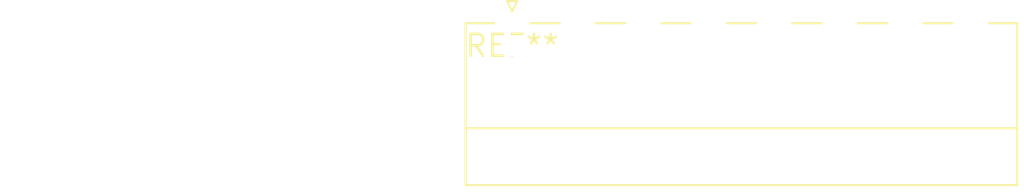
<source format=kicad_pcb>
(kicad_pcb (version 20240108) (generator pcbnew)
  (layers (0 "F.Cu" signal) (31 "B.Cu" signal) (34 "B.Paste" user) (35 "F.Paste" user) (36 "B.SilkS" user "B.Silkscreen") (37 "F.SilkS" user "F.Silkscreen") (38 "B.Mask" user) (39 "F.Mask" user) (44 "Edge.Cuts" user))
  (net 0 "")
  (footprint "PhoenixContact_MC_1,5_8-G-3.81_1x08_P3.81mm_Horizontal" (layer "F.Cu") (at 0 0)
    (property "Reference" "REF**")
    (property "Value" "PhoenixContact_MC_1,5_8-G-3.81_1x08_P3.81mm_Horizontal")
    (fp_line (start -2.71 -1.31) (end -2.71 8.11) (layer "F.SilkS") (stroke (width 0.12)))
    (fp_line (start -2.71 -1.31) (end -1.05 -1.31) (layer "F.SilkS") (stroke (width 0.12)))
    (fp_line (start -2.71 4.8) (end 29.38 4.8) (layer "F.SilkS") (stroke (width 0.12)))
    (fp_line (start -2.71 8.11) (end 29.38 8.11) (layer "F.SilkS") (stroke (width 0.12)))
    (fp_line (start -0.3 -2.6) (end 0.3 -2.6) (layer "F.SilkS") (stroke (width 0.12)))
    (fp_line (start 0 -2) (end -0.3 -2.6) (layer "F.SilkS") (stroke (width 0.12)))
    (fp_line (start 0.3 -2.6) (end 0 -2) (layer "F.SilkS") (stroke (width 0.12)))
    (fp_line (start 1.05 -1.31) (end 2.76 -1.31) (layer "F.SilkS") (stroke (width 0.12)))
    (fp_line (start 4.86 -1.31) (end 6.57 -1.31) (layer "F.SilkS") (stroke (width 0.12)))
    (fp_line (start 8.67 -1.31) (end 10.38 -1.31) (layer "F.SilkS") (stroke (width 0.12)))
    (fp_line (start 12.48 -1.31) (end 14.19 -1.31) (layer "F.SilkS") (stroke (width 0.12)))
    (fp_line (start 16.29 -1.31) (end 18 -1.31) (layer "F.SilkS") (stroke (width 0.12)))
    (fp_line (start 20.1 -1.31) (end 21.81 -1.31) (layer "F.SilkS") (stroke (width 0.12)))
    (fp_line (start 23.91 -1.31) (end 25.62 -1.31) (layer "F.SilkS") (stroke (width 0.12)))
    (fp_line (start 29.38 -1.31) (end 27.72 -1.31) (layer "F.SilkS") (stroke (width 0.12)))
    (fp_line (start 29.38 8.11) (end 29.38 -1.31) (layer "F.SilkS") (stroke (width 0.12)))
    (pad "1" thru_hole roundrect (at 0 0) (size 1.8 3.6) (drill 1.2) (layers *.Cu *.Mask) (remove_unused_layers) (roundrect_rratio 0.138889))
    (pad "2" thru_hole oval (at 3.81 0) (size 1.8 3.6) (drill 1.2) (layers *.Cu *.Mask) (remove_unused_layers))
    (pad "3" thru_hole oval (at 7.62 0) (size 1.8 3.6) (drill 1.2) (layers *.Cu *.Mask) (remove_unused_layers))
    (pad "4" thru_hole oval (at 11.43 0) (size 1.8 3.6) (drill 1.2) (layers *.Cu *.Mask) (remove_unused_layers))
    (pad "5" thru_hole oval (at 15.24 0) (size 1.8 3.6) (drill 1.2) (layers *.Cu *.Mask) (remove_unused_layers))
    (pad "6" thru_hole oval (at 19.05 0) (size 1.8 3.6) (drill 1.2) (layers *.Cu *.Mask) (remove_unused_layers))
    (pad "7" thru_hole oval (at 22.86 0) (size 1.8 3.6) (drill 1.2) (layers *.Cu *.Mask) (remove_unused_layers))
    (pad "8" thru_hole oval (at 26.67 0) (size 1.8 3.6) (drill 1.2) (layers *.Cu *.Mask) (remove_unused_layers))
  )
)
</source>
